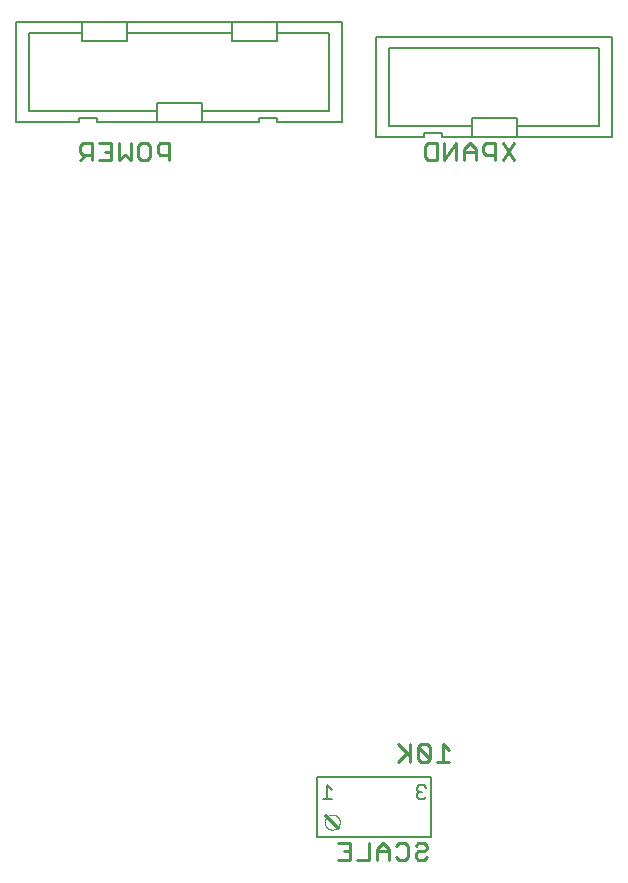
<source format=gbo>
G75*
%MOIN*%
%OFA0B0*%
%FSLAX25Y25*%
%IPPOS*%
%LPD*%
%AMOC8*
5,1,8,0,0,1.08239X$1,22.5*
%
%ADD10C,0.00600*%
%ADD11C,0.01200*%
%ADD12C,0.00200*%
%ADD13C,0.00500*%
%ADD14C,0.01100*%
%ADD15C,0.00800*%
D10*
X0252800Y0161800D02*
X0252800Y0181800D01*
X0290800Y0181800D01*
X0290800Y0161800D01*
X0252800Y0161800D01*
D11*
X0255800Y0168800D02*
X0259800Y0164800D01*
D12*
X0255300Y0166800D02*
X0255302Y0166899D01*
X0255308Y0166999D01*
X0255318Y0167098D01*
X0255332Y0167196D01*
X0255349Y0167294D01*
X0255371Y0167391D01*
X0255396Y0167487D01*
X0255425Y0167582D01*
X0255458Y0167676D01*
X0255495Y0167768D01*
X0255535Y0167859D01*
X0255579Y0167948D01*
X0255627Y0168036D01*
X0255678Y0168121D01*
X0255732Y0168204D01*
X0255789Y0168286D01*
X0255850Y0168364D01*
X0255914Y0168441D01*
X0255980Y0168514D01*
X0256050Y0168585D01*
X0256122Y0168653D01*
X0256197Y0168719D01*
X0256275Y0168781D01*
X0256355Y0168840D01*
X0256437Y0168896D01*
X0256521Y0168948D01*
X0256608Y0168997D01*
X0256696Y0169043D01*
X0256786Y0169085D01*
X0256878Y0169124D01*
X0256971Y0169159D01*
X0257065Y0169190D01*
X0257161Y0169217D01*
X0257258Y0169240D01*
X0257355Y0169260D01*
X0257453Y0169276D01*
X0257552Y0169288D01*
X0257651Y0169296D01*
X0257750Y0169300D01*
X0257850Y0169300D01*
X0257949Y0169296D01*
X0258048Y0169288D01*
X0258147Y0169276D01*
X0258245Y0169260D01*
X0258342Y0169240D01*
X0258439Y0169217D01*
X0258535Y0169190D01*
X0258629Y0169159D01*
X0258722Y0169124D01*
X0258814Y0169085D01*
X0258904Y0169043D01*
X0258992Y0168997D01*
X0259079Y0168948D01*
X0259163Y0168896D01*
X0259245Y0168840D01*
X0259325Y0168781D01*
X0259403Y0168719D01*
X0259478Y0168653D01*
X0259550Y0168585D01*
X0259620Y0168514D01*
X0259686Y0168441D01*
X0259750Y0168364D01*
X0259811Y0168286D01*
X0259868Y0168204D01*
X0259922Y0168121D01*
X0259973Y0168036D01*
X0260021Y0167948D01*
X0260065Y0167859D01*
X0260105Y0167768D01*
X0260142Y0167676D01*
X0260175Y0167582D01*
X0260204Y0167487D01*
X0260229Y0167391D01*
X0260251Y0167294D01*
X0260268Y0167196D01*
X0260282Y0167098D01*
X0260292Y0166999D01*
X0260298Y0166899D01*
X0260300Y0166800D01*
X0260298Y0166701D01*
X0260292Y0166601D01*
X0260282Y0166502D01*
X0260268Y0166404D01*
X0260251Y0166306D01*
X0260229Y0166209D01*
X0260204Y0166113D01*
X0260175Y0166018D01*
X0260142Y0165924D01*
X0260105Y0165832D01*
X0260065Y0165741D01*
X0260021Y0165652D01*
X0259973Y0165564D01*
X0259922Y0165479D01*
X0259868Y0165396D01*
X0259811Y0165314D01*
X0259750Y0165236D01*
X0259686Y0165159D01*
X0259620Y0165086D01*
X0259550Y0165015D01*
X0259478Y0164947D01*
X0259403Y0164881D01*
X0259325Y0164819D01*
X0259245Y0164760D01*
X0259163Y0164704D01*
X0259079Y0164652D01*
X0258992Y0164603D01*
X0258904Y0164557D01*
X0258814Y0164515D01*
X0258722Y0164476D01*
X0258629Y0164441D01*
X0258535Y0164410D01*
X0258439Y0164383D01*
X0258342Y0164360D01*
X0258245Y0164340D01*
X0258147Y0164324D01*
X0258048Y0164312D01*
X0257949Y0164304D01*
X0257850Y0164300D01*
X0257750Y0164300D01*
X0257651Y0164304D01*
X0257552Y0164312D01*
X0257453Y0164324D01*
X0257355Y0164340D01*
X0257258Y0164360D01*
X0257161Y0164383D01*
X0257065Y0164410D01*
X0256971Y0164441D01*
X0256878Y0164476D01*
X0256786Y0164515D01*
X0256696Y0164557D01*
X0256608Y0164603D01*
X0256521Y0164652D01*
X0256437Y0164704D01*
X0256355Y0164760D01*
X0256275Y0164819D01*
X0256197Y0164881D01*
X0256122Y0164947D01*
X0256050Y0165015D01*
X0255980Y0165086D01*
X0255914Y0165159D01*
X0255850Y0165236D01*
X0255789Y0165314D01*
X0255732Y0165396D01*
X0255678Y0165479D01*
X0255627Y0165564D01*
X0255579Y0165652D01*
X0255535Y0165741D01*
X0255495Y0165832D01*
X0255458Y0165924D01*
X0255425Y0166018D01*
X0255396Y0166113D01*
X0255371Y0166209D01*
X0255349Y0166306D01*
X0255332Y0166404D01*
X0255318Y0166502D01*
X0255308Y0166601D01*
X0255302Y0166701D01*
X0255300Y0166800D01*
D13*
X0256049Y0174550D02*
X0256049Y0179054D01*
X0257550Y0177553D01*
X0257550Y0174550D02*
X0254547Y0174550D01*
X0286047Y0175301D02*
X0286798Y0174550D01*
X0288299Y0174550D01*
X0289050Y0175301D01*
X0287549Y0176802D02*
X0286798Y0176802D01*
X0286047Y0176051D01*
X0286047Y0175301D01*
X0286798Y0176802D02*
X0286047Y0177553D01*
X0286047Y0178303D01*
X0286798Y0179054D01*
X0288299Y0179054D01*
X0289050Y0178303D01*
D14*
X0289257Y0186850D02*
X0287288Y0186850D01*
X0286304Y0187834D01*
X0286304Y0191771D01*
X0290241Y0187834D01*
X0289257Y0186850D01*
X0290241Y0187834D02*
X0290241Y0191771D01*
X0289257Y0192755D01*
X0287288Y0192755D01*
X0286304Y0191771D01*
X0283796Y0192755D02*
X0283796Y0186850D01*
X0283796Y0188818D02*
X0279859Y0192755D01*
X0282811Y0189803D02*
X0279859Y0186850D01*
X0292750Y0186850D02*
X0296687Y0186850D01*
X0294718Y0186850D02*
X0294718Y0192755D01*
X0296687Y0190787D01*
X0288493Y0159955D02*
X0286525Y0159955D01*
X0285541Y0158971D01*
X0286525Y0157003D02*
X0285541Y0156018D01*
X0285541Y0155034D01*
X0286525Y0154050D01*
X0288493Y0154050D01*
X0289478Y0155034D01*
X0288493Y0157003D02*
X0286525Y0157003D01*
X0288493Y0157003D02*
X0289478Y0157987D01*
X0289478Y0158971D01*
X0288493Y0159955D01*
X0283032Y0158971D02*
X0283032Y0155034D01*
X0282048Y0154050D01*
X0280080Y0154050D01*
X0279095Y0155034D01*
X0276587Y0154050D02*
X0276587Y0157987D01*
X0274618Y0159955D01*
X0272650Y0157987D01*
X0272650Y0154050D01*
X0270141Y0154050D02*
X0266204Y0154050D01*
X0263696Y0154050D02*
X0259759Y0154050D01*
X0261727Y0157003D02*
X0263696Y0157003D01*
X0263696Y0159955D02*
X0259759Y0159955D01*
X0263696Y0159955D02*
X0263696Y0154050D01*
X0270141Y0154050D02*
X0270141Y0159955D01*
X0272650Y0157003D02*
X0276587Y0157003D01*
X0279095Y0158971D02*
X0280080Y0159955D01*
X0282048Y0159955D01*
X0283032Y0158971D01*
X0289743Y0387350D02*
X0288759Y0388334D01*
X0288759Y0392271D01*
X0289743Y0393255D01*
X0292696Y0393255D01*
X0292696Y0387350D01*
X0289743Y0387350D01*
X0295204Y0387350D02*
X0295204Y0393255D01*
X0299141Y0393255D02*
X0295204Y0387350D01*
X0299141Y0387350D02*
X0299141Y0393255D01*
X0301650Y0391287D02*
X0301650Y0387350D01*
X0301650Y0390303D02*
X0305587Y0390303D01*
X0305587Y0391287D02*
X0303618Y0393255D01*
X0301650Y0391287D01*
X0305587Y0391287D02*
X0305587Y0387350D01*
X0308095Y0390303D02*
X0309080Y0389318D01*
X0312032Y0389318D01*
X0312032Y0387350D02*
X0312032Y0393255D01*
X0309080Y0393255D01*
X0308095Y0392271D01*
X0308095Y0390303D01*
X0314541Y0393255D02*
X0318478Y0387350D01*
X0314541Y0387350D02*
X0318478Y0393255D01*
X0203478Y0393255D02*
X0203478Y0387350D01*
X0203478Y0389318D02*
X0200525Y0389318D01*
X0199541Y0390303D01*
X0199541Y0392271D01*
X0200525Y0393255D01*
X0203478Y0393255D01*
X0197032Y0392271D02*
X0197032Y0388334D01*
X0196048Y0387350D01*
X0194080Y0387350D01*
X0193095Y0388334D01*
X0193095Y0392271D01*
X0194080Y0393255D01*
X0196048Y0393255D01*
X0197032Y0392271D01*
X0190587Y0393255D02*
X0190587Y0387350D01*
X0188618Y0389318D01*
X0186650Y0387350D01*
X0186650Y0393255D01*
X0184141Y0393255D02*
X0184141Y0387350D01*
X0180204Y0387350D01*
X0177696Y0387350D02*
X0177696Y0393255D01*
X0174743Y0393255D01*
X0173759Y0392271D01*
X0173759Y0390303D01*
X0174743Y0389318D01*
X0177696Y0389318D01*
X0175727Y0389318D02*
X0173759Y0387350D01*
X0180204Y0393255D02*
X0184141Y0393255D01*
X0184141Y0390303D02*
X0182173Y0390303D01*
D15*
X0179245Y0400265D02*
X0199387Y0400265D01*
X0214213Y0400265D01*
X0233422Y0400265D01*
X0233422Y0401446D01*
X0239245Y0401446D01*
X0239245Y0400265D01*
X0261170Y0400265D01*
X0261170Y0433335D01*
X0239213Y0433335D01*
X0239213Y0427233D01*
X0224387Y0427233D01*
X0224387Y0433335D01*
X0189213Y0433335D01*
X0189213Y0427233D01*
X0174387Y0427233D01*
X0174387Y0433335D01*
X0152430Y0433335D01*
X0152430Y0400265D01*
X0173422Y0400265D01*
X0173422Y0401446D01*
X0179245Y0401446D01*
X0179245Y0400265D01*
X0199387Y0400265D02*
X0199387Y0406367D01*
X0214213Y0406367D01*
X0214213Y0400265D01*
X0214213Y0403906D02*
X0256741Y0403906D01*
X0256741Y0429694D01*
X0239241Y0429694D01*
X0239213Y0433335D02*
X0224387Y0433335D01*
X0224379Y0429694D02*
X0189221Y0429694D01*
X0189213Y0433335D02*
X0174387Y0433335D01*
X0174359Y0429694D02*
X0156859Y0429694D01*
X0156859Y0403906D01*
X0199387Y0403906D01*
X0272430Y0395265D02*
X0288422Y0395265D01*
X0288422Y0396446D01*
X0294245Y0396446D01*
X0294245Y0395265D01*
X0304387Y0395265D01*
X0319213Y0395265D01*
X0351170Y0395265D01*
X0351170Y0428335D01*
X0272430Y0428335D01*
X0272430Y0395265D01*
X0276859Y0398906D02*
X0304387Y0398906D01*
X0304387Y0401367D02*
X0304387Y0395265D01*
X0304387Y0401367D02*
X0319213Y0401367D01*
X0319213Y0395265D01*
X0319213Y0398906D02*
X0346741Y0398906D01*
X0346741Y0424694D01*
X0276859Y0424694D01*
X0276859Y0398906D01*
M02*

</source>
